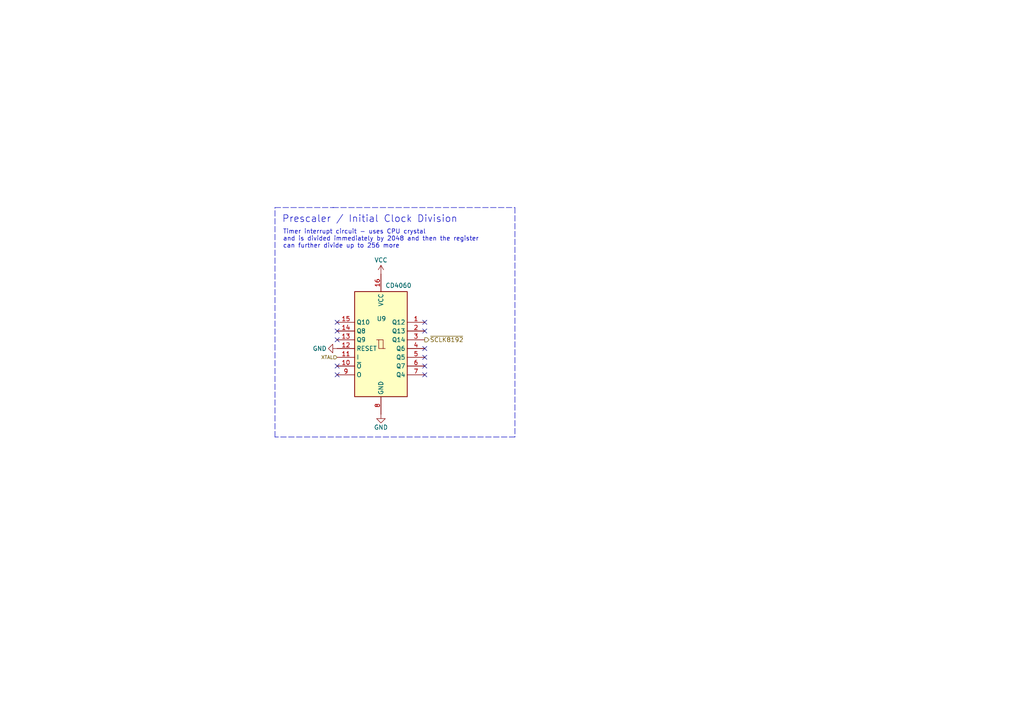
<source format=kicad_sch>
(kicad_sch (version 20211123) (generator eeschema)
  (paper "A4")
  (lib_symbols
    (symbol "LIBRARY-8-bit-computer:CD4060"
      (property "Reference" "U" (at 0 35.56 0))
      (property "Value" "CD4060" (at 0 33.02 0))
      (symbol "CD4060_1_0"
        (polyline (pts (xy -0.635 -1.27) (xy -0.635 1.27) (xy 0.635 1.27)))
        (polyline (pts (xy -1.27 -1.27) (xy 0.635 -1.27) (xy 0.635 1.27) (xy 1.27 1.27)))
        (pin output line (at -12.7 6.35 0) (length 5.08) (name "Q12") (number "1"))
        (pin output line (at 12.7 -6.35 180) (length 5.08) (name "~{O}") (number "10"))
        (pin input line (at 12.7 -3.81 180) (length 5.08) (name "I") (number "11"))
        (pin input line (at 12.7 -1.27 180) (length 5.08) (name "RESET") (number "12"))
        (pin output line (at 12.7 1.27 180) (length 5.08) (name "Q9") (number "13"))
        (pin output line (at 12.7 3.81 180) (length 5.08) (name "Q8") (number "14"))
        (pin output line (at 12.7 6.35 180) (length 5.08) (name "Q10") (number "15"))
        (pin power_in line (at 0 20.32 270) (length 5.08) (name "VCC") (number "16"))
        (pin output line (at -12.7 3.81 0) (length 5.08) (name "Q13") (number "2"))
        (pin output line (at -12.7 1.27 0) (length 5.08) (name "Q14") (number "3"))
        (pin output line (at -12.7 -1.27 0) (length 5.08) (name "Q6") (number "4"))
        (pin output line (at -12.7 -3.81 0) (length 5.08) (name "Q5") (number "5"))
        (pin output line (at -12.7 -6.35 0) (length 5.08) (name "Q7") (number "6"))
        (pin output line (at -12.7 -8.89 0) (length 5.08) (name "Q4") (number "7"))
        (pin power_in line (at 0 -20.32 90) (length 5.08) (name "GND") (number "8"))
        (pin output line (at 12.7 -8.89 180) (length 5.08) (name "O") (number "9"))
      )
      (symbol "CD4060_1_1"
        (rectangle (start -7.62 15.24) (end 7.62 -15.24) (stroke (width 0.254)) (fill (type background)))
      )
    )
    (symbol "power:GND" (power) (pin_names (offset 0))
      (property "Value" "GND" (at 0 -3.81 0))
      (symbol "GND_0_1"
        (polyline (pts (xy 0 0) (xy 0 -1.27) (xy 1.27 -1.27) (xy 0 -2.54) (xy -1.27 -1.27) (xy 0 -1.27)))
      )
      (symbol "GND_1_1"
        (pin power_in line (at 0 0 270) (length 0) hide (name "GND") (number "1"))
      )
    )
    (symbol "power:VCC" (power) (pin_names (offset 0))
      (property "Value" "VCC" (at 0 3.81 0))
      (symbol "VCC_0_1"
        (polyline (pts (xy -0.762 1.27) (xy 0 2.54)))
        (polyline (pts (xy 0 0) (xy 0 2.54)))
        (polyline (pts (xy 0 2.54) (xy 0.762 1.27)))
      )
      (symbol "VCC_1_1"
        (pin power_in line (at 0 0 90) (length 0) hide (name "VCC") (number "1"))
      )
    )
  )
  (no_connect (at 123.19 96.012))
  (no_connect (at 123.19 93.472))
  (no_connect (at 123.19 103.632))
  (no_connect (at 97.79 108.712))
  (no_connect (at 123.19 101.092))
  (no_connect (at 123.19 108.712))
  (no_connect (at 97.79 106.172))
  (no_connect (at 97.79 96.012))
  (no_connect (at 123.19 106.172))
  (no_connect (at 97.79 98.552))
  (no_connect (at 97.79 93.472))
  (polyline (pts (xy 79.756 60.198) (xy 96.774 60.198)))
  (polyline (pts (xy 96.52 60.198) (xy 149.352 60.198)))
  (polyline (pts (xy 149.352 60.198) (xy 149.352 126.746)))
  (polyline (pts (xy 79.756 126.746) (xy 79.756 60.198)))
  (polyline (pts (xy 149.352 126.746) (xy 79.756 126.746)))
  (text "Timer interrupt circuit - uses CPU crystal\nand is divided immediately by 2048 and then the register \ncan further divide up to 256 more" (at 82.042 72.136 0) (effects (font (size 1.27 1.27)) (justify left bottom)))
  (text "Prescaler / Initial Clock Division" (at 81.788 64.77 0) (effects (font (size 2 2)) (justify left bottom)))
  (hierarchical_label "~{SCLK8192}" (shape output) (at 123.19 98.552 0))
  (hierarchical_label "XTAL" (shape input) (at 97.79 103.632 180) (effects (font (size 0.9906 0.9906))))
  (symbol (lib_id "power:GND") (at 97.79 101.092 270) (mirror x) (unit 1)
    (property "Reference" "#PWR046" (effects hide))
    (property "Value" "GND" (at 92.71 101.092 90))
  )
  (symbol (lib_id "power:VCC") (at 110.49 79.502 0) (mirror y) (unit 1)
    (property "Reference" "#PWR047" (effects hide))
    (property "Value" "VCC" (at 110.49 75.438 0))
  )
  (symbol (lib_id "LIBRARY-8-bit-computer:CD4060") (at 110.49 99.822 0) (mirror y) (unit 1)
    (property "Reference" "U9" (at 112.014 92.456 0) (effects (justify left)))
    (property "Value" "CD4060" (at 119.38 82.804 0) (effects (justify left)))
    (property "Footprint" "Package_SO:SOIC-16_3.9x9.9mm_P1.27mm" (effects hide))
  )
  (symbol (lib_id "power:GND") (at 110.49 120.142 0) (mirror y) (unit 1)
    (property "Reference" "#PWR048" (effects hide))
    (property "Value" "GND" (at 110.49 123.952 0))
  )
)
</source>
